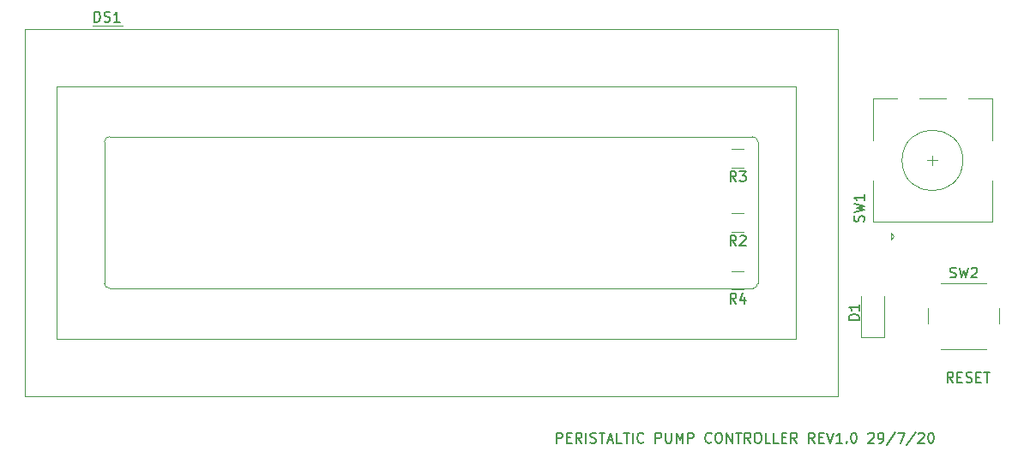
<source format=gbr>
G04 #@! TF.GenerationSoftware,KiCad,Pcbnew,(5.0.1)-rc2*
G04 #@! TF.CreationDate,2020-08-26T14:00:55+08:00*
G04 #@! TF.ProjectId,Peristaltic Pump PCB,506572697374616C7469632050756D70,rev?*
G04 #@! TF.SameCoordinates,PX2ebae40PY9d5b340*
G04 #@! TF.FileFunction,Legend,Top*
G04 #@! TF.FilePolarity,Positive*
%FSLAX46Y46*%
G04 Gerber Fmt 4.6, Leading zero omitted, Abs format (unit mm)*
G04 Created by KiCad (PCBNEW (5.0.1)-rc2) date 08/26/20 14:00:55*
%MOMM*%
%LPD*%
G01*
G04 APERTURE LIST*
%ADD10C,0.150000*%
%ADD11C,0.120000*%
G04 APERTURE END LIST*
D10*
X92547619Y63547620D02*
X92214285Y64023810D01*
X91976190Y63547620D02*
X91976190Y64547620D01*
X92357142Y64547620D01*
X92452380Y64500000D01*
X92500000Y64452381D01*
X92547619Y64357143D01*
X92547619Y64214286D01*
X92500000Y64119048D01*
X92452380Y64071429D01*
X92357142Y64023810D01*
X91976190Y64023810D01*
X92976190Y64071429D02*
X93309523Y64071429D01*
X93452380Y63547620D02*
X92976190Y63547620D01*
X92976190Y64547620D01*
X93452380Y64547620D01*
X93833333Y63595239D02*
X93976190Y63547620D01*
X94214285Y63547620D01*
X94309523Y63595239D01*
X94357142Y63642858D01*
X94404761Y63738096D01*
X94404761Y63833334D01*
X94357142Y63928572D01*
X94309523Y63976191D01*
X94214285Y64023810D01*
X94023809Y64071429D01*
X93928571Y64119048D01*
X93880952Y64166667D01*
X93833333Y64261905D01*
X93833333Y64357143D01*
X93880952Y64452381D01*
X93928571Y64500000D01*
X94023809Y64547620D01*
X94261904Y64547620D01*
X94404761Y64500000D01*
X94833333Y64071429D02*
X95166666Y64071429D01*
X95309523Y63547620D02*
X94833333Y63547620D01*
X94833333Y64547620D01*
X95309523Y64547620D01*
X95595238Y64547620D02*
X96166666Y64547620D01*
X95880952Y63547620D02*
X95880952Y64547620D01*
X53404761Y57547620D02*
X53404761Y58547620D01*
X53785714Y58547620D01*
X53880952Y58500000D01*
X53928571Y58452381D01*
X53976190Y58357143D01*
X53976190Y58214286D01*
X53928571Y58119048D01*
X53880952Y58071429D01*
X53785714Y58023810D01*
X53404761Y58023810D01*
X54404761Y58071429D02*
X54738095Y58071429D01*
X54880952Y57547620D02*
X54404761Y57547620D01*
X54404761Y58547620D01*
X54880952Y58547620D01*
X55880952Y57547620D02*
X55547619Y58023810D01*
X55309523Y57547620D02*
X55309523Y58547620D01*
X55690476Y58547620D01*
X55785714Y58500000D01*
X55833333Y58452381D01*
X55880952Y58357143D01*
X55880952Y58214286D01*
X55833333Y58119048D01*
X55785714Y58071429D01*
X55690476Y58023810D01*
X55309523Y58023810D01*
X56309523Y57547620D02*
X56309523Y58547620D01*
X56738095Y57595239D02*
X56880952Y57547620D01*
X57119047Y57547620D01*
X57214285Y57595239D01*
X57261904Y57642858D01*
X57309523Y57738096D01*
X57309523Y57833334D01*
X57261904Y57928572D01*
X57214285Y57976191D01*
X57119047Y58023810D01*
X56928571Y58071429D01*
X56833333Y58119048D01*
X56785714Y58166667D01*
X56738095Y58261905D01*
X56738095Y58357143D01*
X56785714Y58452381D01*
X56833333Y58500000D01*
X56928571Y58547620D01*
X57166666Y58547620D01*
X57309523Y58500000D01*
X57595238Y58547620D02*
X58166666Y58547620D01*
X57880952Y57547620D02*
X57880952Y58547620D01*
X58452380Y57833334D02*
X58928571Y57833334D01*
X58357142Y57547620D02*
X58690476Y58547620D01*
X59023809Y57547620D01*
X59833333Y57547620D02*
X59357142Y57547620D01*
X59357142Y58547620D01*
X60023809Y58547620D02*
X60595238Y58547620D01*
X60309523Y57547620D02*
X60309523Y58547620D01*
X60928571Y57547620D02*
X60928571Y58547620D01*
X61976190Y57642858D02*
X61928571Y57595239D01*
X61785714Y57547620D01*
X61690476Y57547620D01*
X61547619Y57595239D01*
X61452380Y57690477D01*
X61404761Y57785715D01*
X61357142Y57976191D01*
X61357142Y58119048D01*
X61404761Y58309524D01*
X61452380Y58404762D01*
X61547619Y58500000D01*
X61690476Y58547620D01*
X61785714Y58547620D01*
X61928571Y58500000D01*
X61976190Y58452381D01*
X63166666Y57547620D02*
X63166666Y58547620D01*
X63547619Y58547620D01*
X63642857Y58500000D01*
X63690476Y58452381D01*
X63738095Y58357143D01*
X63738095Y58214286D01*
X63690476Y58119048D01*
X63642857Y58071429D01*
X63547619Y58023810D01*
X63166666Y58023810D01*
X64166666Y58547620D02*
X64166666Y57738096D01*
X64214285Y57642858D01*
X64261904Y57595239D01*
X64357142Y57547620D01*
X64547619Y57547620D01*
X64642857Y57595239D01*
X64690476Y57642858D01*
X64738095Y57738096D01*
X64738095Y58547620D01*
X65214285Y57547620D02*
X65214285Y58547620D01*
X65547619Y57833334D01*
X65880952Y58547620D01*
X65880952Y57547620D01*
X66357142Y57547620D02*
X66357142Y58547620D01*
X66738095Y58547620D01*
X66833333Y58500000D01*
X66880952Y58452381D01*
X66928571Y58357143D01*
X66928571Y58214286D01*
X66880952Y58119048D01*
X66833333Y58071429D01*
X66738095Y58023810D01*
X66357142Y58023810D01*
X68690476Y57642858D02*
X68642857Y57595239D01*
X68500000Y57547620D01*
X68404761Y57547620D01*
X68261904Y57595239D01*
X68166666Y57690477D01*
X68119047Y57785715D01*
X68071428Y57976191D01*
X68071428Y58119048D01*
X68119047Y58309524D01*
X68166666Y58404762D01*
X68261904Y58500000D01*
X68404761Y58547620D01*
X68500000Y58547620D01*
X68642857Y58500000D01*
X68690476Y58452381D01*
X69309523Y58547620D02*
X69500000Y58547620D01*
X69595238Y58500000D01*
X69690476Y58404762D01*
X69738095Y58214286D01*
X69738095Y57880953D01*
X69690476Y57690477D01*
X69595238Y57595239D01*
X69500000Y57547620D01*
X69309523Y57547620D01*
X69214285Y57595239D01*
X69119047Y57690477D01*
X69071428Y57880953D01*
X69071428Y58214286D01*
X69119047Y58404762D01*
X69214285Y58500000D01*
X69309523Y58547620D01*
X70166666Y57547620D02*
X70166666Y58547620D01*
X70738095Y57547620D01*
X70738095Y58547620D01*
X71071428Y58547620D02*
X71642857Y58547620D01*
X71357142Y57547620D02*
X71357142Y58547620D01*
X72547619Y57547620D02*
X72214285Y58023810D01*
X71976190Y57547620D02*
X71976190Y58547620D01*
X72357142Y58547620D01*
X72452380Y58500000D01*
X72500000Y58452381D01*
X72547619Y58357143D01*
X72547619Y58214286D01*
X72500000Y58119048D01*
X72452380Y58071429D01*
X72357142Y58023810D01*
X71976190Y58023810D01*
X73166666Y58547620D02*
X73357142Y58547620D01*
X73452380Y58500000D01*
X73547619Y58404762D01*
X73595238Y58214286D01*
X73595238Y57880953D01*
X73547619Y57690477D01*
X73452380Y57595239D01*
X73357142Y57547620D01*
X73166666Y57547620D01*
X73071428Y57595239D01*
X72976190Y57690477D01*
X72928571Y57880953D01*
X72928571Y58214286D01*
X72976190Y58404762D01*
X73071428Y58500000D01*
X73166666Y58547620D01*
X74500000Y57547620D02*
X74023809Y57547620D01*
X74023809Y58547620D01*
X75309523Y57547620D02*
X74833333Y57547620D01*
X74833333Y58547620D01*
X75642857Y58071429D02*
X75976190Y58071429D01*
X76119047Y57547620D02*
X75642857Y57547620D01*
X75642857Y58547620D01*
X76119047Y58547620D01*
X77119047Y57547620D02*
X76785714Y58023810D01*
X76547619Y57547620D02*
X76547619Y58547620D01*
X76928571Y58547620D01*
X77023809Y58500000D01*
X77071428Y58452381D01*
X77119047Y58357143D01*
X77119047Y58214286D01*
X77071428Y58119048D01*
X77023809Y58071429D01*
X76928571Y58023810D01*
X76547619Y58023810D01*
X78880952Y57547620D02*
X78547619Y58023810D01*
X78309523Y57547620D02*
X78309523Y58547620D01*
X78690476Y58547620D01*
X78785714Y58500000D01*
X78833333Y58452381D01*
X78880952Y58357143D01*
X78880952Y58214286D01*
X78833333Y58119048D01*
X78785714Y58071429D01*
X78690476Y58023810D01*
X78309523Y58023810D01*
X79309523Y58071429D02*
X79642857Y58071429D01*
X79785714Y57547620D02*
X79309523Y57547620D01*
X79309523Y58547620D01*
X79785714Y58547620D01*
X80071428Y58547620D02*
X80404761Y57547620D01*
X80738095Y58547620D01*
X81595238Y57547620D02*
X81023809Y57547620D01*
X81309523Y57547620D02*
X81309523Y58547620D01*
X81214285Y58404762D01*
X81119047Y58309524D01*
X81023809Y58261905D01*
X82023809Y57642858D02*
X82071428Y57595239D01*
X82023809Y57547620D01*
X81976190Y57595239D01*
X82023809Y57642858D01*
X82023809Y57547620D01*
X82690476Y58547620D02*
X82785714Y58547620D01*
X82880952Y58500000D01*
X82928571Y58452381D01*
X82976190Y58357143D01*
X83023809Y58166667D01*
X83023809Y57928572D01*
X82976190Y57738096D01*
X82928571Y57642858D01*
X82880952Y57595239D01*
X82785714Y57547620D01*
X82690476Y57547620D01*
X82595238Y57595239D01*
X82547619Y57642858D01*
X82500000Y57738096D01*
X82452380Y57928572D01*
X82452380Y58166667D01*
X82500000Y58357143D01*
X82547619Y58452381D01*
X82595238Y58500000D01*
X82690476Y58547620D01*
X84166666Y58452381D02*
X84214285Y58500000D01*
X84309523Y58547620D01*
X84547619Y58547620D01*
X84642857Y58500000D01*
X84690476Y58452381D01*
X84738095Y58357143D01*
X84738095Y58261905D01*
X84690476Y58119048D01*
X84119047Y57547620D01*
X84738095Y57547620D01*
X85214285Y57547620D02*
X85404761Y57547620D01*
X85500000Y57595239D01*
X85547619Y57642858D01*
X85642857Y57785715D01*
X85690476Y57976191D01*
X85690476Y58357143D01*
X85642857Y58452381D01*
X85595238Y58500000D01*
X85500000Y58547620D01*
X85309523Y58547620D01*
X85214285Y58500000D01*
X85166666Y58452381D01*
X85119047Y58357143D01*
X85119047Y58119048D01*
X85166666Y58023810D01*
X85214285Y57976191D01*
X85309523Y57928572D01*
X85500000Y57928572D01*
X85595238Y57976191D01*
X85642857Y58023810D01*
X85690476Y58119048D01*
X86833333Y58595239D02*
X85976190Y57309524D01*
X87071428Y58547620D02*
X87738095Y58547620D01*
X87309523Y57547620D01*
X88833333Y58595239D02*
X87976190Y57309524D01*
X89119047Y58452381D02*
X89166666Y58500000D01*
X89261904Y58547620D01*
X89500000Y58547620D01*
X89595238Y58500000D01*
X89642857Y58452381D01*
X89690476Y58357143D01*
X89690476Y58261905D01*
X89642857Y58119048D01*
X89071428Y57547620D01*
X89690476Y57547620D01*
X90309523Y58547620D02*
X90404761Y58547620D01*
X90500000Y58500000D01*
X90547619Y58452381D01*
X90595238Y58357143D01*
X90642857Y58166667D01*
X90642857Y57928572D01*
X90595238Y57738096D01*
X90547619Y57642858D01*
X90500000Y57595239D01*
X90404761Y57547620D01*
X90309523Y57547620D01*
X90214285Y57595239D01*
X90166666Y57642858D01*
X90119047Y57738096D01*
X90071428Y57928572D01*
X90071428Y58166667D01*
X90119047Y58357143D01*
X90166666Y58452381D01*
X90214285Y58500000D01*
X90309523Y58547620D01*
D11*
G04 #@! TO.C,R2*
X71887064Y78430000D02*
X70682936Y78430000D01*
X71887064Y80250000D02*
X70682936Y80250000D01*
G04 #@! TO.C,R3*
X71887064Y86600000D02*
X70682936Y86600000D01*
X71887064Y84780000D02*
X70682936Y84780000D01*
G04 #@! TO.C,SW1*
X90500000Y85000000D02*
X90500000Y86000000D01*
X90000000Y85500000D02*
X91000000Y85500000D01*
X94000000Y91600000D02*
X96400000Y91600000D01*
X89200000Y91600000D02*
X91800000Y91600000D01*
X84600000Y91600000D02*
X87000000Y91600000D01*
X86400000Y78300000D02*
X86700000Y78000000D01*
X86400000Y77700000D02*
X86400000Y78300000D01*
X86700000Y78000000D02*
X86400000Y77700000D01*
X84600000Y79400000D02*
X96400000Y79400000D01*
X84600000Y83500000D02*
X84600000Y79400000D01*
X96400000Y83500000D02*
X96400000Y79400000D01*
X96400000Y91600000D02*
X96400000Y87500000D01*
X84600000Y87500000D02*
X84600000Y91600000D01*
X93500000Y85500000D02*
G75*
G03X93500000Y85500000I-3000000J0D01*
G01*
G04 #@! TO.C,R4*
X71887064Y72715000D02*
X70682936Y72715000D01*
X71887064Y74535000D02*
X70682936Y74535000D01*
G04 #@! TO.C,SW2*
X91335000Y66855000D02*
X95835000Y66855000D01*
X90085000Y70855000D02*
X90085000Y69355000D01*
X95835000Y73355000D02*
X91335000Y73355000D01*
X97085000Y69355000D02*
X97085000Y70855000D01*
G04 #@! TO.C,D1*
X83485000Y72050000D02*
X83485000Y67990000D01*
X83485000Y67990000D02*
X85755000Y67990000D01*
X85755000Y67990000D02*
X85755000Y72050000D01*
G04 #@! TO.C,DS1*
X915000Y62210000D02*
X81195000Y62210000D01*
X81195000Y62210000D02*
X81195000Y98490000D01*
X81195000Y98490000D02*
X1715000Y98490000D01*
X915000Y98490000D02*
X915000Y62210000D01*
X925000Y98490000D02*
X1715000Y98490000D01*
X7555000Y98850000D02*
X10555000Y98850000D01*
X9255000Y87850000D02*
X72755000Y87850000D01*
X8755280Y73350680D02*
X8755280Y87350000D01*
X72755660Y72850000D02*
X9255000Y72850000D01*
X73255000Y87350000D02*
X73255000Y73350000D01*
X73255000Y87350000D02*
G75*
G03X72755000Y87850000I-500000J0D01*
G01*
X72755660Y72850300D02*
G75*
G03X73256040Y73350680I0J500380D01*
G01*
X8755280Y73350680D02*
G75*
G03X9255660Y72850300I500380J0D01*
G01*
X9255660Y87851540D02*
G75*
G03X8755280Y87351160I0J-500380D01*
G01*
X4055000Y92850000D02*
X77055000Y92850000D01*
X77055000Y92850000D02*
X77055000Y67850000D01*
X77055000Y67850000D02*
X4055000Y67850000D01*
X4055000Y67850000D02*
X4055000Y92850000D01*
G04 #@! TO.C,R2*
D10*
X71118333Y77067620D02*
X70785000Y77543810D01*
X70546904Y77067620D02*
X70546904Y78067620D01*
X70927857Y78067620D01*
X71023095Y78020000D01*
X71070714Y77972381D01*
X71118333Y77877143D01*
X71118333Y77734286D01*
X71070714Y77639048D01*
X71023095Y77591429D01*
X70927857Y77543810D01*
X70546904Y77543810D01*
X71499285Y77972381D02*
X71546904Y78020000D01*
X71642142Y78067620D01*
X71880238Y78067620D01*
X71975476Y78020000D01*
X72023095Y77972381D01*
X72070714Y77877143D01*
X72070714Y77781905D01*
X72023095Y77639048D01*
X71451666Y77067620D01*
X72070714Y77067620D01*
G04 #@! TO.C,R3*
X71118333Y83417620D02*
X70785000Y83893810D01*
X70546904Y83417620D02*
X70546904Y84417620D01*
X70927857Y84417620D01*
X71023095Y84370000D01*
X71070714Y84322381D01*
X71118333Y84227143D01*
X71118333Y84084286D01*
X71070714Y83989048D01*
X71023095Y83941429D01*
X70927857Y83893810D01*
X70546904Y83893810D01*
X71451666Y84417620D02*
X72070714Y84417620D01*
X71737380Y84036667D01*
X71880238Y84036667D01*
X71975476Y83989048D01*
X72023095Y83941429D01*
X72070714Y83846191D01*
X72070714Y83608096D01*
X72023095Y83512858D01*
X71975476Y83465239D01*
X71880238Y83417620D01*
X71594523Y83417620D01*
X71499285Y83465239D01*
X71451666Y83512858D01*
G04 #@! TO.C,SW1*
X83704761Y79466667D02*
X83752380Y79609524D01*
X83752380Y79847620D01*
X83704761Y79942858D01*
X83657142Y79990477D01*
X83561904Y80038096D01*
X83466666Y80038096D01*
X83371428Y79990477D01*
X83323809Y79942858D01*
X83276190Y79847620D01*
X83228571Y79657143D01*
X83180952Y79561905D01*
X83133333Y79514286D01*
X83038095Y79466667D01*
X82942857Y79466667D01*
X82847619Y79514286D01*
X82800000Y79561905D01*
X82752380Y79657143D01*
X82752380Y79895239D01*
X82800000Y80038096D01*
X82752380Y80371429D02*
X83752380Y80609524D01*
X83038095Y80800000D01*
X83752380Y80990477D01*
X82752380Y81228572D01*
X83752380Y82133334D02*
X83752380Y81561905D01*
X83752380Y81847620D02*
X82752380Y81847620D01*
X82895238Y81752381D01*
X82990476Y81657143D01*
X83038095Y81561905D01*
G04 #@! TO.C,R4*
X71118333Y71352620D02*
X70785000Y71828810D01*
X70546904Y71352620D02*
X70546904Y72352620D01*
X70927857Y72352620D01*
X71023095Y72305000D01*
X71070714Y72257381D01*
X71118333Y72162143D01*
X71118333Y72019286D01*
X71070714Y71924048D01*
X71023095Y71876429D01*
X70927857Y71828810D01*
X70546904Y71828810D01*
X71975476Y72019286D02*
X71975476Y71352620D01*
X71737380Y72400239D02*
X71499285Y71685953D01*
X72118333Y71685953D01*
G04 #@! TO.C,SW2*
X92251666Y73950239D02*
X92394523Y73902620D01*
X92632619Y73902620D01*
X92727857Y73950239D01*
X92775476Y73997858D01*
X92823095Y74093096D01*
X92823095Y74188334D01*
X92775476Y74283572D01*
X92727857Y74331191D01*
X92632619Y74378810D01*
X92442142Y74426429D01*
X92346904Y74474048D01*
X92299285Y74521667D01*
X92251666Y74616905D01*
X92251666Y74712143D01*
X92299285Y74807381D01*
X92346904Y74855000D01*
X92442142Y74902620D01*
X92680238Y74902620D01*
X92823095Y74855000D01*
X93156428Y74902620D02*
X93394523Y73902620D01*
X93585000Y74616905D01*
X93775476Y73902620D01*
X94013571Y74902620D01*
X94346904Y74807381D02*
X94394523Y74855000D01*
X94489761Y74902620D01*
X94727857Y74902620D01*
X94823095Y74855000D01*
X94870714Y74807381D01*
X94918333Y74712143D01*
X94918333Y74616905D01*
X94870714Y74474048D01*
X94299285Y73902620D01*
X94918333Y73902620D01*
G04 #@! TO.C,D1*
X83252380Y69711905D02*
X82252380Y69711905D01*
X82252380Y69950000D01*
X82300000Y70092858D01*
X82395238Y70188096D01*
X82490476Y70235715D01*
X82680952Y70283334D01*
X82823809Y70283334D01*
X83014285Y70235715D01*
X83109523Y70188096D01*
X83204761Y70092858D01*
X83252380Y69950000D01*
X83252380Y69711905D01*
X83252380Y71235715D02*
X83252380Y70664286D01*
X83252380Y70950000D02*
X82252380Y70950000D01*
X82395238Y70854762D01*
X82490476Y70759524D01*
X82538095Y70664286D01*
G04 #@! TO.C,DS1*
X7785714Y99207620D02*
X7785714Y100207620D01*
X8023809Y100207620D01*
X8166666Y100160000D01*
X8261904Y100064762D01*
X8309523Y99969524D01*
X8357142Y99779048D01*
X8357142Y99636191D01*
X8309523Y99445715D01*
X8261904Y99350477D01*
X8166666Y99255239D01*
X8023809Y99207620D01*
X7785714Y99207620D01*
X8738095Y99255239D02*
X8880952Y99207620D01*
X9119047Y99207620D01*
X9214285Y99255239D01*
X9261904Y99302858D01*
X9309523Y99398096D01*
X9309523Y99493334D01*
X9261904Y99588572D01*
X9214285Y99636191D01*
X9119047Y99683810D01*
X8928571Y99731429D01*
X8833333Y99779048D01*
X8785714Y99826667D01*
X8738095Y99921905D01*
X8738095Y100017143D01*
X8785714Y100112381D01*
X8833333Y100160000D01*
X8928571Y100207620D01*
X9166666Y100207620D01*
X9309523Y100160000D01*
X10261904Y99207620D02*
X9690476Y99207620D01*
X9976190Y99207620D02*
X9976190Y100207620D01*
X9880952Y100064762D01*
X9785714Y99969524D01*
X9690476Y99921905D01*
G04 #@! TD*
M02*

</source>
